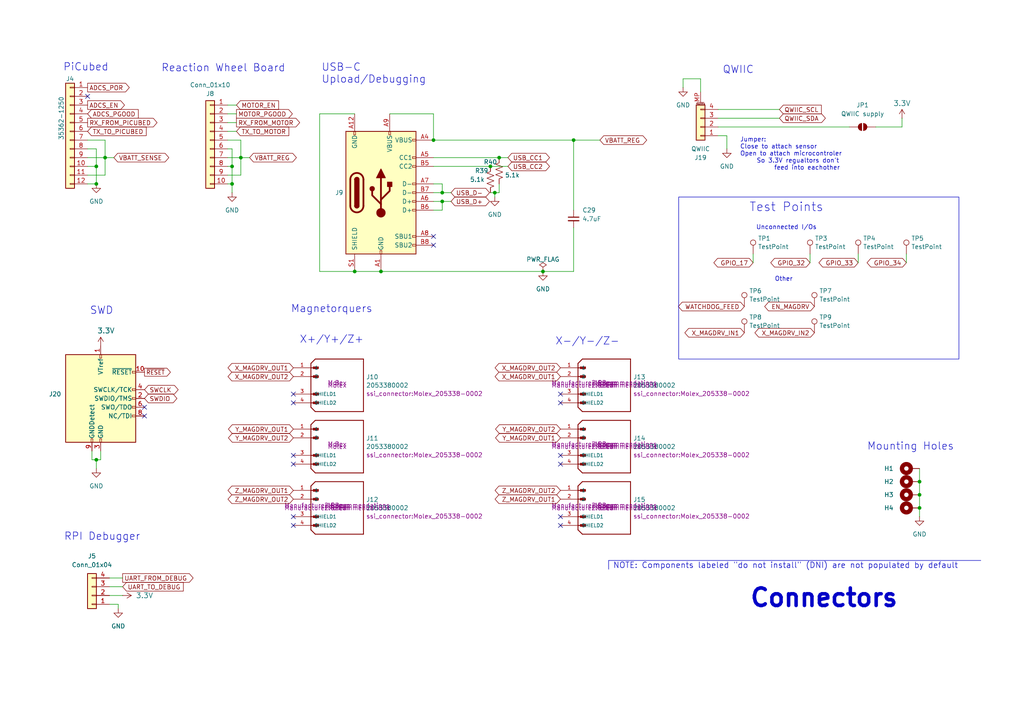
<source format=kicad_sch>
(kicad_sch (version 20250114) (generator "eeschema") (generator_version "9.0")
  (paper "A4")
  (title_block (title "ADCS Main Board") (date "2025-05-21") (rev "1.4") (company "Stanford Student Space Initiative") (comment 1 "Sage Wu"))
  (lib_symbols
    (symbol "Connector:Conn_ARM_JTAG_SWD_10" (pin_names (offset 1.016))
      (property "Reference" "J" (at -2.54 16.51 0))
      (property "Value" "Conn_ARM_JTAG_SWD_10" (at -2.54 13.97 0))
      (symbol "Conn_ARM_JTAG_SWD_10_0_1"
        (rectangle (start -10.16 12.7) (end 10.16 -12.7) (stroke (width 0.254)) (fill (type background)))
        (rectangle (start -2.794 -12.7) (end -2.286 -11.684))
        (rectangle (start -0.254 12.7) (end 0.254 11.684))
        (rectangle (start -0.254 -12.7) (end 0.254 -11.684))
        (rectangle (start 9.144 2.286) (end 10.16 2.794))
        (rectangle (start 10.16 7.874) (end 9.144 7.366))
        (rectangle (start 10.16 -0.254) (end 9.144 0.254))
        (rectangle (start 10.16 -2.794) (end 9.144 -2.286))
      )
      (symbol "Conn_ARM_JTAG_SWD_10_1_1"
        (rectangle (start 9.144 -5.334) (end 10.16 -4.826))
        (pin no_connect line (at -10.16 0 0) (length 2.54) (hide yes) (name "KEY") (number "7"))
        (pin passive line (at -2.54 -15.24 90) (length 2.54) (name "GNDDetect") (number "9"))
        (pin power_in line (at 0 15.24 270) (length 2.54) (name "VTref") (number "1"))
        (pin power_in line (at 0 -15.24 90) (length 2.54) (name "GND") (number "3"))
        (pin passive line (at 0 -15.24 90) (length 2.54) (hide yes) (name "GND") (number "5"))
        (pin open_collector line (at 12.7 7.62 180) (length 2.54) (name "~{RESET}") (number "10"))
        (pin output line (at 12.7 2.54 180) (length 2.54) (name "SWCLK/TCK") (number "4"))
        (pin bidirectional line (at 12.7 0 180) (length 2.54) (name "SWDIO/TMS") (number "2"))
        (pin input line (at 12.7 -2.54 180) (length 2.54) (name "SWO/TDO") (number "6"))
        (pin output line (at 12.7 -5.08 180) (length 2.54) (name "NC/TDI") (number "8"))
      )
    )
    (symbol "Connector:TestPoint" (pin_numbers (hide yes)) (pin_names (offset 0.762) (hide yes))
      (property "Reference" "TP" (at 0 6.858 0))
      (property "Value" "TestPoint" (at 0 5.08 0))
      (symbol "TestPoint_0_1"
        (circle (center 0 3.302) (radius 0.762))
      )
      (symbol "TestPoint_1_1"
        (pin passive line (at 0 0 90) (length 2.54) (name "1") (number "1"))
      )
    )
    (symbol "Connector_Generic:Conn_01x04" (pin_names (offset 1.016) (hide yes))
      (property "Reference" "J" (at 0 5.08 0))
      (property "Value" "Conn_01x04" (at 0 -7.62 0))
      (symbol "Conn_01x04_1_1"
        (rectangle (start -1.27 3.81) (end 1.27 -6.35) (stroke (width 0.254)) (fill (type background)))
        (rectangle (start -1.27 2.667) (end 0 2.413) (stroke (width 0.1524)))
        (rectangle (start -1.27 0.127) (end 0 -0.127) (stroke (width 0.1524)))
        (rectangle (start -1.27 -2.413) (end 0 -2.667) (stroke (width 0.1524)))
        (rectangle (start -1.27 -4.953) (end 0 -5.207) (stroke (width 0.1524)))
        (pin passive line (at -5.08 2.54 0) (length 3.81) (name "Pin_1") (number "1"))
        (pin passive line (at -5.08 0 0) (length 3.81) (name "Pin_2") (number "2"))
        (pin passive line (at -5.08 -2.54 0) (length 3.81) (name "Pin_3") (number "3"))
        (pin passive line (at -5.08 -5.08 0) (length 3.81) (name "Pin_4") (number "4"))
      )
    )
    (symbol "Connector_Generic:Conn_01x10" (pin_names (offset 1.016) (hide yes))
      (property "Reference" "J" (at 0 12.7 0))
      (property "Value" "Conn_01x10" (at 0 -15.24 0))
      (symbol "Conn_01x10_1_1"
        (rectangle (start -1.27 11.43) (end 1.27 -13.97) (stroke (width 0.254)) (fill (type background)))
        (rectangle (start -1.27 10.287) (end 0 10.033) (stroke (width 0.1524)))
        (rectangle (start -1.27 7.747) (end 0 7.493) (stroke (width 0.1524)))
        (rectangle (start -1.27 5.207) (end 0 4.953) (stroke (width 0.1524)))
        (rectangle (start -1.27 2.667) (end 0 2.413) (stroke (width 0.1524)))
        (rectangle (start -1.27 0.127) (end 0 -0.127) (stroke (width 0.1524)))
        (rectangle (start -1.27 -2.413) (end 0 -2.667) (stroke (width 0.1524)))
        (rectangle (start -1.27 -4.953) (end 0 -5.207) (stroke (width 0.1524)))
        (rectangle (start -1.27 -7.493) (end 0 -7.747) (stroke (width 0.1524)))
        (rectangle (start -1.27 -10.033) (end 0 -10.287) (stroke (width 0.1524)))
        (rectangle (start -1.27 -12.573) (end 0 -12.827) (stroke (width 0.1524)))
        (pin passive line (at -5.08 10.16 0) (length 3.81) (name "Pin_1") (number "1"))
        (pin passive line (at -5.08 7.62 0) (length 3.81) (name "Pin_2") (number "2"))
        (pin passive line (at -5.08 5.08 0) (length 3.81) (name "Pin_3") (number "3"))
        (pin passive line (at -5.08 2.54 0) (length 3.81) (name "Pin_4") (number "4"))
        (pin passive line (at -5.08 0 0) (length 3.81) (name "Pin_5") (number "5"))
        (pin passive line (at -5.08 -2.54 0) (length 3.81) (name "Pin_6") (number "6"))
        (pin passive line (at -5.08 -5.08 0) (length 3.81) (name "Pin_7") (number "7"))
        (pin passive line (at -5.08 -7.62 0) (length 3.81) (name "Pin_8") (number "8"))
        (pin passive line (at -5.08 -10.16 0) (length 3.81) (name "Pin_9") (number "9"))
        (pin passive line (at -5.08 -12.7 0) (length 3.81) (name "Pin_10") (number "10"))
      )
    )
    (symbol "Connector_Generic:Conn_01x12" (pin_names (offset 1.016) (hide yes))
      (property "Reference" "J" (at 0 15.24 0))
      (property "Value" "Conn_01x12" (at 0 -17.78 0))
      (symbol "Conn_01x12_1_1"
        (rectangle (start -1.27 13.97) (end 1.27 -16.51) (stroke (width 0.254)) (fill (type background)))
        (rectangle (start -1.27 12.827) (end 0 12.573) (stroke (width 0.1524)))
        (rectangle (start -1.27 10.287) (end 0 10.033) (stroke (width 0.1524)))
        (rectangle (start -1.27 7.747) (end 0 7.493) (stroke (width 0.1524)))
        (rectangle (start -1.27 5.207) (end 0 4.953) (stroke (width 0.1524)))
        (rectangle (start -1.27 2.667) (end 0 2.413) (stroke (width 0.1524)))
        (rectangle (start -1.27 0.127) (end 0 -0.127) (stroke (width 0.1524)))
        (rectangle (start -1.27 -2.413) (end 0 -2.667) (stroke (width 0.1524)))
        (rectangle (start -1.27 -4.953) (end 0 -5.207) (stroke (width 0.1524)))
        (rectangle (start -1.27 -7.493) (end 0 -7.747) (stroke (width 0.1524)))
        (rectangle (start -1.27 -10.033) (end 0 -10.287) (stroke (width 0.1524)))
        (rectangle (start -1.27 -12.573) (end 0 -12.827) (stroke (width 0.1524)))
        (rectangle (start -1.27 -15.113) (end 0 -15.367) (stroke (width 0.1524)))
        (pin passive line (at -5.08 12.7 0) (length 3.81) (name "Pin_1") (number "1"))
        (pin passive line (at -5.08 10.16 0) (length 3.81) (name "Pin_2") (number "2"))
        (pin passive line (at -5.08 7.62 0) (length 3.81) (name "Pin_3") (number "3"))
        (pin passive line (at -5.08 5.08 0) (length 3.81) (name "Pin_4") (number "4"))
        (pin passive line (at -5.08 2.54 0) (length 3.81) (name "Pin_5") (number "5"))
        (pin passive line (at -5.08 0 0) (length 3.81) (name "Pin_6") (number "6"))
        (pin passive line (at -5.08 -2.54 0) (length 3.81) (name "Pin_7") (number "7"))
        (pin passive line (at -5.08 -5.08 0) (length 3.81) (name "Pin_8") (number "8"))
        (pin passive line (at -5.08 -7.62 0) (length 3.81) (name "Pin_9") (number "9"))
        (pin passive line (at -5.08 -10.16 0) (length 3.81) (name "Pin_10") (number "10"))
        (pin passive line (at -5.08 -12.7 0) (length 3.81) (name "Pin_11") (number "11"))
        (pin passive line (at -5.08 -15.24 0) (length 3.81) (name "Pin_12") (number "12"))
      )
    )
    (symbol "Connector_Generic_MountingPin:Conn_01x04_MountingPin" (pin_names (offset 1.016) (hide yes))
      (property "Reference" "J" (at 0 5.08 0))
      (property "Value" "Conn_01x04_MountingPin" (at 1.27 -7.62 0))
      (symbol "Conn_01x04_MountingPin_1_1"
        (rectangle (start -1.27 3.81) (end 1.27 -6.35) (stroke (width 0.254)) (fill (type background)))
        (rectangle (start -1.27 2.667) (end 0 2.413) (stroke (width 0.1524)))
        (rectangle (start -1.27 0.127) (end 0 -0.127) (stroke (width 0.1524)))
        (rectangle (start -1.27 -2.413) (end 0 -2.667) (stroke (width 0.1524)))
        (rectangle (start -1.27 -4.953) (end 0 -5.207) (stroke (width 0.1524)))
        (polyline (pts (xy -1.016 -7.112) (xy 1.016 -7.112)) (stroke (width 0.1524)))
        (text "Mounting" (at 0 -6.731 0) (effects (font (size 0.381 0.381))))
        (pin passive line (at -5.08 2.54 0) (length 3.81) (name "Pin_1") (number "1"))
        (pin passive line (at -5.08 0 0) (length 3.81) (name "Pin_2") (number "2"))
        (pin passive line (at -5.08 -2.54 0) (length 3.81) (name "Pin_3") (number "3"))
        (pin passive line (at -5.08 -5.08 0) (length 3.81) (name "Pin_4") (number "4"))
        (pin passive line (at 0 -10.16 90) (length 3.048) (name "MountPin") (number "MP"))
      )
    )
    (symbol "Device:C_Small" (pin_numbers (hide yes)) (pin_names (offset 0.254) (hide yes))
      (property "Reference" "C" (at 0.254 1.778 0))
      (property "Value" "C_Small" (at 0.254 -2.032 0))
      (symbol "C_Small_0_1"
        (polyline (pts (xy -1.524 0.508) (xy 1.524 0.508)) (stroke (width 0.3048)))
        (polyline (pts (xy -1.524 -0.508) (xy 1.524 -0.508)) (stroke (width 0.3302)))
      )
      (symbol "C_Small_1_1"
        (pin passive line (at 0 2.54 270) (length 2.032) (name "~") (number "1"))
        (pin passive line (at 0 -2.54 90) (length 2.032) (name "~") (number "2"))
      )
    )
    (symbol "Device:R_US" (pin_numbers (hide yes)) (pin_names (offset 0))
      (property "Reference" "R" (at 2.54 0 90))
      (property "Value" "R_US" (at -2.54 0 90))
      (symbol "R_US_0_1"
        (polyline (pts (xy 0 2.286) (xy 0 2.54)))
        (polyline (pts (xy 0 2.286) (xy 1.016 1.905) (xy 0 1.524) (xy -1.016 1.143) (xy 0 0.762)))
        (polyline (pts (xy 0 0.762) (xy 1.016 0.381) (xy 0 0) (xy -1.016 -0.381) (xy 0 -0.762)))
        (polyline (pts (xy 0 -0.762) (xy 1.016 -1.143) (xy 0 -1.524) (xy -1.016 -1.905) (xy 0 -2.286)))
        (polyline (pts (xy 0 -2.286) (xy 0 -2.54)))
      )
      (symbol "R_US_1_1"
        (pin passive line (at 0 3.81 270) (length 1.27) (name "~") (number "1"))
        (pin passive line (at 0 -3.81 90) (length 1.27) (name "~") (number "2"))
      )
    )
    (symbol "Jumper:SolderJumper_2_Open" (pin_numbers (hide yes)) (pin_names (offset 0) (hide yes)) (in_bom no)
      (property "Reference" "JP" (at 0 2.032 0))
      (property "Value" "SolderJumper_2_Open" (at 0 -2.54 0))
      (symbol "SolderJumper_2_Open_0_1"
        (polyline (pts (xy -0.254 1.016) (xy -0.254 -1.016)))
        (arc (start -0.254 -1.016) (mid -1.2656 0) (end -0.254 1.016))
        (arc (start -0.254 -1.016) (mid -1.2656 0) (end -0.254 1.016) (fill (type outline)))
        (arc (start 0.254 1.016) (mid 1.2656 0) (end 0.254 -1.016))
        (arc (start 0.254 1.016) (mid 1.2656 0) (end 0.254 -1.016) (fill (type outline)))
        (polyline (pts (xy 0.254 1.016) (xy 0.254 -1.016)))
      )
      (symbol "SolderJumper_2_Open_1_1"
        (pin passive line (at -3.81 0 0) (length 2.54) (name "A") (number "1"))
        (pin passive line (at 3.81 0 180) (length 2.54) (name "B") (number "2"))
      )
    )
    (symbol "Mechanical:MountingHole_Pad" (pin_numbers (hide yes)) (pin_names (offset 1.016) (hide yes)) (in_bom no)
      (property "Reference" "H" (at 0 6.35 0))
      (property "Value" "MountingHole_Pad" (at 0 4.445 0))
      (symbol "MountingHole_Pad_0_1"
        (circle (center 0 1.27) (radius 1.27) (stroke (width 1.27)))
      )
      (symbol "MountingHole_Pad_1_1"
        (pin input line (at 0 -2.54 90) (length 2.54) (name "1") (number "1"))
      )
    )
    (symbol "power:+3.3V" (power) (pin_numbers (hide yes)) (pin_names (offset 0) (hide yes))
      (property "Value" "+3.3V" (at 0 3.556 0))
      (symbol "+3.3V_0_1"
        (polyline (pts (xy -0.762 1.27) (xy 0 2.54)))
        (polyline (pts (xy 0 2.54) (xy 0.762 1.27)))
        (polyline (pts (xy 0 0) (xy 0 2.54)))
      )
      (symbol "+3.3V_1_1"
        (pin power_in line (at 0 0 90) (length 0) (name "~") (number "1"))
      )
    )
    (symbol "power:GND" (power) (pin_numbers (hide yes)) (pin_names (offset 0) (hide yes))
      (property "Value" "GND" (at 0 -3.81 0))
      (symbol "GND_0_1"
        (polyline (pts (xy 0 0) (xy 0 -1.27) (xy 1.27 -1.27) (xy 0 -2.54) (xy -1.27 -1.27) (xy 0 -1.27)))
      )
      (symbol "GND_1_1"
        (pin power_in line (at 0 0 270) (length 0) (name "~") (number "1"))
      )
    )
    (symbol "power:PWR_FLAG" (power) (pin_numbers (hide yes)) (pin_names (offset 0) (hide yes))
      (property "Value" "PWR_FLAG" (at 0 3.81 0))
      (symbol "PWR_FLAG_0_0"
        (pin power_out line (at 0 0 90) (length 0) (name "~") (number "1"))
      )
      (symbol "PWR_FLAG_0_1"
        (polyline (pts (xy 0 0) (xy 0 1.27) (xy -1.016 1.905) (xy 0 2.54) (xy 1.016 1.905) (xy 0 1.27)))
      )
    )
    (symbol "ssi_connector:205338-0002" (pin_names (offset 1.016))
      (property "Reference" "J*" (at 8.89 2.54 0))
      (property "Value" "205338-0002" (at 8.89 0 0))
      (property "Footprint" "ssi_connector:Molex_205338-0002" (at 8.89 -2.54 0))
      (symbol "205338-0002_0_0"
        (polyline (pts (xy -7.62 6.35) (xy -7.62 -6.35)) (stroke (width 0.254)))
        (polyline (pts (xy -7.62 6.35) (xy -6.35 7.62)) (stroke (width 0.254)))
        (polyline (pts (xy -7.62 5.08) (xy -5.715 5.08)) (stroke (width 0.254)))
        (polyline (pts (xy -7.62 2.54) (xy -5.715 2.54)) (stroke (width 0.254)))
        (polyline (pts (xy -7.62 -2.54) (xy -5.715 -2.54)) (stroke (width 0.254)))
        (polyline (pts (xy -7.62 -5.08) (xy -5.715 -5.08)) (stroke (width 0.254)))
        (polyline (pts (xy -7.62 -6.35) (xy -6.35 -7.62)) (stroke (width 0.254)))
        (rectangle (start -6.985 4.7625) (end -5.3975 5.3975) (stroke (width 0.1)) (fill (type outline)))
        (rectangle (start -6.985 2.2225) (end -5.3975 2.8575) (stroke (width 0.1)) (fill (type outline)))
        (rectangle (start -6.985 -2.8575) (end -5.3975 -2.2225) (stroke (width 0.1)) (fill (type outline)))
        (rectangle (start -6.985 -5.3975) (end -5.3975 -4.7625) (stroke (width 0.1)) (fill (type outline)))
        (polyline (pts (xy -6.35 -7.62) (xy 7.62 -7.62)) (stroke (width 0.254)))
        (polyline (pts (xy 7.62 7.62) (xy -6.35 7.62)) (stroke (width 0.254)))
        (polyline (pts (xy 7.62 -7.62) (xy 7.62 7.62)) (stroke (width 0.254)))
        (pin passive line (at -12.7 5.08 0) (length 5.08) (name "1") (number "1"))
        (pin passive line (at -12.7 2.54 0) (length 5.08) (name "2") (number "2"))
        (pin passive line (at -12.7 -2.54 0) (length 5.08) (name "SHIELD1") (number "3"))
        (pin passive line (at -12.7 -5.08 0) (length 5.08) (name "SHIELD2") (number "4"))
      )
    )
    (symbol "ssi_connector:USB_C_pycubed" (pin_names (offset 1.016))
      (property "Reference" "J" (at -12.7 0 90))
      (symbol "USB_C_pycubed_1_1"
        (rectangle (start -10.16 17.78) (end 10.16 -17.78) (stroke (width 0.254)) (fill (type background)))
        (polyline (pts (xy -8.89 -3.81) (xy -8.89 3.81)) (stroke (width 0.508)))
        (rectangle (start -7.874 17.78) (end -7.366 16.764))
        (rectangle (start -7.62 -3.81) (end -6.35 3.81) (stroke (width 0.254)) (fill (type outline)))
        (arc (start -7.62 3.81) (mid -6.985 4.4423) (end -6.35 3.81) (stroke (width 0.254)))
        (arc (start -7.62 3.81) (mid -6.985 4.4423) (end -6.35 3.81) (stroke (width 0.254)) (fill (type outline)))
        (arc (start -8.89 3.81) (mid -6.985 5.7067) (end -5.08 3.81) (stroke (width 0.508)))
        (arc (start -5.08 -3.81) (mid -6.985 -5.7067) (end -8.89 -3.81) (stroke (width 0.508)))
        (arc (start -6.35 -3.81) (mid -6.985 -4.4423) (end -7.62 -3.81) (stroke (width 0.254)))
        (arc (start -6.35 -3.81) (mid -6.985 -4.4423) (end -7.62 -3.81) (stroke (width 0.254)) (fill (type outline)))
        (polyline (pts (xy -5.08 3.81) (xy -5.08 -3.81)) (stroke (width 0.508)))
        (circle (center -2.54 1.143) (radius 0.635) (stroke (width 0.254)) (fill (type outline)))
        (polyline (pts (xy -1.27 4.318) (xy 0 6.858) (xy 1.27 4.318) (xy -1.27 4.318)) (stroke (width 0.254)) (fill (type outline)))
        (rectangle (start -0.254 -17.78) (end 0.254 -16.764))
        (polyline (pts (xy 0 -2.032) (xy 2.54 0.508) (xy 2.54 1.778)) (stroke (width 0.508)))
        (polyline (pts (xy 0 -3.302) (xy -2.54 -0.762) (xy -2.54 0.508)) (stroke (width 0.508)))
        (polyline (pts (xy 0 -5.842) (xy 0 4.318)) (stroke (width 0.508)))
        (circle (center 0 -5.842) (radius 1.27) (fill (type outline)))
        (rectangle (start 1.905 1.778) (end 3.175 3.048) (stroke (width 0.254)) (fill (type outline)))
        (rectangle (start 2.286 17.78) (end 2.794 16.764))
        (rectangle (start 10.16 15.494) (end 9.144 14.986))
        (rectangle (start 10.16 10.414) (end 9.144 9.906))
        (rectangle (start 10.16 7.874) (end 9.144 7.366))
        (rectangle (start 10.16 2.794) (end 9.144 2.286))
        (rectangle (start 10.16 0.254) (end 9.144 -0.254))
        (rectangle (start 10.16 -2.286) (end 9.144 -2.794))
        (rectangle (start 10.16 -4.826) (end 9.144 -5.334))
        (rectangle (start 10.16 -12.446) (end 9.144 -12.954))
        (rectangle (start 10.16 -14.986) (end 9.144 -15.494))
        (pin passive line (at -7.62 22.86 270) (length 5.08) (name "GND") (number "A12"))
        (pin passive line (at -7.62 -22.86 90) (length 5.08) (name "SHIELD") (number "S1"))
        (pin passive line (at 0 -22.86 90) (length 5.08) (name "GND") (number "A1"))
        (pin passive line (at 2.54 22.86 270) (length 5.08) (name "VBUS") (number "A9"))
        (pin passive line (at 15.24 15.24 180) (length 5.08) (name "VBUS") (number "A4"))
        (pin bidirectional line (at 15.24 10.16 180) (length 5.08) (name "CC1") (number "A5"))
        (pin bidirectional line (at 15.24 7.62 180) (length 5.08) (name "CC2") (number "B5"))
        (pin bidirectional line (at 15.24 2.54 180) (length 5.08) (name "D-") (number "A7"))
        (pin bidirectional line (at 15.24 0 180) (length 5.08) (name "D-") (number "B7"))
        (pin bidirectional line (at 15.24 -2.54 180) (length 5.08) (name "D+") (number "A6"))
        (pin bidirectional line (at 15.24 -5.08 180) (length 5.08) (name "D+") (number "B6"))
        (pin bidirectional line (at 15.24 -12.7 180) (length 5.08) (name "SBU1") (number "A8"))
        (pin bidirectional line (at 15.24 -15.24 180) (length 5.08) (name "SBU2") (number "B8"))
      )
    )
  )
  (rectangle (start 196.85 57.15) (end 278.13 104.14))
  (text "Reaction Wheel Board\n" (at 46.736 21.082 0) (effects (font (size 2.159 2.159)) (justify left bottom)))
  (text "Unconnected I/Os" (at 228.092 66.04 0) (effects (font (size 1.27 1.27))))
  (text "Jumper:\nClose to attach sensor\nOpen to attach microcontroler\n	So 3.3V regualtors don't\n		feed into eachother" (at 214.63 49.53 0) (effects (font (size 1.27 1.27)) (justify left bottom)))
  (text "USB-C\nUpload/Debugging" (at 93.218 24.384 0) (effects (font (size 2.159 2.159)) (justify left bottom)))
  (text "NOTE: Components labeled \"do not install\" (DNI) are not populated by default" (at 177.8 165.1 0) (effects (font (size 1.651 1.651)) (justify left bottom)))
  (text "Magnetorquers" (at 84.328 90.932 0) (effects (font (size 2.159 2.159)) (justify left bottom)))
  (text "PiCubed" (at 18.288 20.828 0) (effects (font (size 2.159 2.159)) (justify left bottom)))
  (text "Connectors" (at 217.17 176.53 0) (effects (font (size 5.08 5.08) (thickness 1.016) (bold yes)) (justify left bottom)))
  (text "Test Points" (at 228.092 60.198 0) (effects (font (size 2.54 2.54))))
  (text "RPI Debugger" (at 18.542 156.972 0) (effects (font (size 2.159 2.159)) (justify left bottom)))
  (text "X+/Y+/Z+" (at 86.868 99.822 0) (effects (font (size 2.159 2.159)) (justify left bottom)))
  (text "SWD" (at 26.035 91.44 0) (effects (font (size 2.159 2.159)) (justify left bottom)))
  (text "QWIIC" (at 209.55 21.59 0) (effects (font (size 2.159 2.159)) (justify left bottom)))
  (text "Mounting Holes" (at 251.46 130.81 0) (effects (font (size 2.159 2.159)) (justify left bottom)))
  (text "Other" (at 227.33 81.026 0) (effects (font (size 1.27 1.27))))
  (text "X-/Y-/Z-" (at 161.036 100.33 0) (effects (font (size 2.159 2.159)) (justify left bottom)))
  (junction (at 30.48 45.72))
  (junction (at 144.78 45.72))
  (junction (at 102.87 78.74))
  (junction (at 67.31 48.26))
  (junction (at 67.31 53.34))
  (junction (at 157.48 78.74))
  (junction (at 110.49 78.74))
  (junction (at 143.51 55.88))
  (junction (at 27.94 48.26))
  (junction (at 266.7 143.51))
  (junction (at 69.85 45.72))
  (junction (at 128.27 55.88))
  (junction (at 266.7 147.32))
  (junction (at 166.37 40.64))
  (junction (at 125.73 40.64))
  (junction (at 27.94 53.34))
  (junction (at 128.27 58.42))
  (junction (at 27.94 133.35))
  (junction (at 266.7 139.7))
  (junction (at 142.24 48.26))
  (no_connect (at 41.91 120.65))
  (no_connect (at 162.56 116.84))
  (no_connect (at 125.73 71.12))
  (no_connect (at 85.09 116.84))
  (no_connect (at 85.09 149.86))
  (no_connect (at 41.91 118.11))
  (no_connect (at 162.56 149.86))
  (no_connect (at 162.56 132.08))
  (no_connect (at 162.56 134.62))
  (no_connect (at 85.09 134.62))
  (no_connect (at 85.09 132.08))
  (no_connect (at 162.56 152.4))
  (no_connect (at 85.09 114.3))
  (no_connect (at 162.56 114.3))
  (no_connect (at 125.73 68.58))
  (no_connect (at 25.4 27.94))
  (no_connect (at 85.09 152.4))
  (wire (pts (xy 166.37 66.04) (xy 166.37 78.74)))
  (wire (pts (xy 66.04 45.72) (xy 69.85 45.72)))
  (polyline (pts (xy 176.53 165.1) (xy 176.53 162.56)))
  (wire (pts (xy 66.04 33.02) (xy 68.58 33.02)))
  (wire (pts (xy 34.29 175.26) (xy 34.29 176.53)))
  (wire (pts (xy 25.4 40.64) (xy 30.48 40.64)))
  (wire (pts (xy 27.94 133.35) (xy 29.21 133.35)))
  (wire (pts (xy 66.04 43.18) (xy 67.31 43.18)))
  (wire (pts (xy 144.78 45.72) (xy 147.32 45.72)))
  (wire (pts (xy 125.73 48.26) (xy 142.24 48.26)))
  (wire (pts (xy 92.71 78.74) (xy 92.71 33.02)))
  (wire (pts (xy 66.04 38.1) (xy 68.58 38.1)))
  (wire (pts (xy 67.31 48.26) (xy 67.31 53.34)))
  (wire (pts (xy 142.24 48.26) (xy 147.32 48.26)))
  (wire (pts (xy 266.7 143.51) (xy 266.7 147.32)))
  (wire (pts (xy 69.85 45.72) (xy 69.85 50.8)))
  (wire (pts (xy 125.73 33.02) (xy 125.73 40.64)))
  (wire (pts (xy 67.31 43.18) (xy 67.31 48.26)))
  (wire (pts (xy 266.7 139.7) (xy 266.7 143.51)))
  (wire (pts (xy 128.27 60.96) (xy 128.27 58.42)))
  (wire (pts (xy 218.44 76.2) (xy 218.44 73.66)))
  (wire (pts (xy 157.48 78.74) (xy 110.49 78.74)))
  (wire (pts (xy 66.04 35.56) (xy 68.58 35.56)))
  (wire (pts (xy 125.73 60.96) (xy 128.27 60.96)))
  (wire (pts (xy 261.62 36.83) (xy 254 36.83)))
  (wire (pts (xy 27.94 43.18) (xy 25.4 43.18)))
  (wire (pts (xy 128.27 58.42) (xy 125.73 58.42)))
  (wire (pts (xy 166.37 40.64) (xy 166.37 60.96)))
  (wire (pts (xy 30.48 45.72) (xy 25.4 45.72)))
  (wire (pts (xy 210.82 39.37) (xy 208.28 39.37)))
  (wire (pts (xy 66.04 30.48) (xy 68.58 30.48)))
  (wire (pts (xy 198.12 25.4) (xy 198.12 22.86)))
  (wire (pts (xy 25.4 50.8) (xy 30.48 50.8)))
  (wire (pts (xy 266.7 135.89) (xy 266.7 139.7)))
  (wire (pts (xy 266.7 147.32) (xy 266.7 149.86)))
  (wire (pts (xy 69.85 40.64) (xy 69.85 45.72)))
  (wire (pts (xy 128.27 53.34) (xy 128.27 55.88)))
  (wire (pts (xy 31.75 170.18) (xy 35.56 170.18)))
  (wire (pts (xy 66.04 50.8) (xy 69.85 50.8)))
  (wire (pts (xy 69.85 45.72) (xy 72.39 45.72)))
  (wire (pts (xy 33.02 45.72) (xy 30.48 45.72)))
  (wire (pts (xy 102.87 78.74) (xy 92.71 78.74)))
  (wire (pts (xy 234.95 76.2) (xy 234.95 73.66)))
  (wire (pts (xy 102.87 78.74) (xy 110.49 78.74)))
  (wire (pts (xy 166.37 40.64) (xy 125.73 40.64)))
  (wire (pts (xy 143.51 55.88) (xy 144.78 55.88)))
  (wire (pts (xy 208.28 34.29) (xy 226.06 34.29)))
  (wire (pts (xy 128.27 55.88) (xy 130.81 55.88)))
  (wire (pts (xy 261.62 34.29) (xy 261.62 36.83)))
  (wire (pts (xy 27.94 53.34) (xy 27.94 48.26)))
  (wire (pts (xy 30.48 50.8) (xy 30.48 45.72)))
  (wire (pts (xy 29.21 130.81) (xy 29.21 133.35)))
  (wire (pts (xy 125.73 53.34) (xy 128.27 53.34)))
  (wire (pts (xy 113.03 33.02) (xy 125.73 33.02)))
  (wire (pts (xy 262.89 73.66) (xy 262.89 76.2)))
  (wire (pts (xy 25.4 48.26) (xy 27.94 48.26)))
  (wire (pts (xy 27.94 48.26) (xy 27.94 43.18)))
  (wire (pts (xy 198.12 22.86) (xy 203.2 22.86)))
  (wire (pts (xy 143.51 55.88) (xy 143.51 57.15)))
  (wire (pts (xy 27.94 133.35) (xy 27.94 135.89)))
  (wire (pts (xy 144.78 55.88) (xy 144.78 53.34)))
  (wire (pts (xy 208.28 31.75) (xy 226.06 31.75)))
  (wire (pts (xy 67.31 53.34) (xy 67.31 55.88)))
  (wire (pts (xy 125.73 45.72) (xy 144.78 45.72)))
  (wire (pts (xy 66.04 48.26) (xy 67.31 48.26)))
  (wire (pts (xy 26.67 130.81) (xy 26.67 133.35)))
  (wire (pts (xy 142.24 55.88) (xy 143.51 55.88)))
  (wire (pts (xy 166.37 40.64) (xy 173.99 40.64)))
  (wire (pts (xy 166.37 78.74) (xy 157.48 78.74)))
  (wire (pts (xy 210.82 43.18) (xy 210.82 39.37)))
  (wire (pts (xy 31.75 175.26) (xy 34.29 175.26)))
  (wire (pts (xy 128.27 58.42) (xy 130.81 58.42)))
  (wire (pts (xy 203.2 22.86) (xy 203.2 26.67)))
  (wire (pts (xy 208.28 36.83) (xy 246.38 36.83)))
  (wire (pts (xy 248.92 76.2) (xy 248.92 73.66)))
  (wire (pts (xy 66.04 53.34) (xy 67.31 53.34)))
  (wire (pts (xy 92.71 33.02) (xy 102.87 33.02)))
  (wire (pts (xy 31.75 167.64) (xy 35.56 167.64)))
  (wire (pts (xy 25.4 53.34) (xy 27.94 53.34)))
  (wire (pts (xy 128.27 55.88) (xy 125.73 55.88)))
  (wire (pts (xy 30.48 45.72) (xy 30.48 40.64)))
  (polyline (pts (xy 176.53 162.56) (xy 284.48 162.56)))
  (wire (pts (xy 31.75 172.72) (xy 35.56 172.72)))
  (wire (pts (xy 26.67 133.35) (xy 27.94 133.35)))
  (wire (pts (xy 66.04 40.64) (xy 69.85 40.64)))
  (global_label "QWIIC_SCL" (shape input) (at 226.06 31.75 0) (property "Intersheetrefs" "${INTERSHEET_REFS}" (effects (hide yes))))
  (global_label "SWDIO" (shape bidirectional) (at 41.91 115.57 0) (property "Intersheetrefs" "${INTERSHEET_REFS}" (effects (hide yes))))
  (global_label "~{RESET}" (shape output) (at 41.91 107.95 0) (effects (font (size 1.1684 1.1684))) (property "Intersheetrefs" "${INTERSHEET_REFS}" (effects (hide yes))))
  (global_label "X_MAGDRV_OUT1" (shape bidirectional) (at 162.56 109.22 180) (property "Intersheetrefs" "${INTERSHEET_REFS}" (effects (hide yes))))
  (global_label "GPIO_33" (shape bidirectional) (at 248.92 76.2 180) (property "Intersheetrefs" "${INTERSHEET_REFS}" (effects (hide yes))))
  (global_label "WATCHDOG_FEED" (shape bidirectional) (at 215.9 88.9 180) (property "Intersheetrefs" "${INTERSHEET_REFS}" (effects (hide yes))))
  (global_label "GPIO_32" (shape bidirectional) (at 234.95 76.2 180) (property "Intersheetrefs" "${INTERSHEET_REFS}" (effects (hide yes))))
  (global_label "UART_TO_DEBUG" (shape input) (at 35.56 170.18 0) (property "Intersheetrefs" "${INTERSHEET_REFS}" (effects (hide yes))))
  (global_label "Y_MAGDRV_OUT1" (shape bidirectional) (at 85.09 124.46 180) (property "Intersheetrefs" "${INTERSHEET_REFS}" (effects (hide yes))))
  (global_label "X_MAGDRV_OUT2" (shape bidirectional) (at 85.09 109.22 180) (property "Intersheetrefs" "${INTERSHEET_REFS}" (effects (hide yes))))
  (global_label "UART_FROM_DEBUG" (shape output) (at 35.56 167.64 0) (property "Intersheetrefs" "${INTERSHEET_REFS}" (effects (hide yes))))
  (global_label "MOTOR_EN" (shape input) (at 68.58 30.48 0) (property "Intersheetrefs" "${INTERSHEET_REFS}" (effects (hide yes))))
  (global_label "Y_MAGDRV_OUT2" (shape bidirectional) (at 85.09 127 180) (property "Intersheetrefs" "${INTERSHEET_REFS}" (effects (hide yes))))
  (global_label "X_MAGDRV_OUT1" (shape bidirectional) (at 85.09 106.68 180) (property "Intersheetrefs" "${INTERSHEET_REFS}" (effects (hide yes))))
  (global_label "VBATT_REG" (shape bidirectional) (at 173.99 40.64 0) (property "Intersheetrefs" "${INTERSHEET_REFS}" (effects (hide yes))))
  (global_label "USB_D+" (shape bidirectional) (at 130.81 58.42 0) (property "Intersheetrefs" "${INTERSHEET_REFS}" (effects (hide yes))))
  (global_label "X_MAGDRV_IN1" (shape bidirectional) (at 215.9 96.52 180) (property "Intersheetrefs" "${INTERSHEET_REFS}" (effects (hide yes))))
  (global_label "X_MAGDRV_OUT2" (shape bidirectional) (at 162.56 106.68 180) (property "Intersheetrefs" "${INTERSHEET_REFS}" (effects (hide yes))))
  (global_label "ADCS_PGOOD" (shape input) (at 25.4 33.02 0) (property "Intersheetrefs" "${INTERSHEET_REFS}" (effects (hide yes))))
  (global_label "TX_TO_MOTOR" (shape input) (at 68.58 38.1 0) (property "Intersheetrefs" "${INTERSHEET_REFS}" (effects (hide yes))))
  (global_label "ADCS_EN" (shape output) (at 25.4 30.48 0) (property "Intersheetrefs" "${INTERSHEET_REFS}" (effects (hide yes))))
  (global_label "RX_FROM_PICUBED" (shape output) (at 25.4 35.56 0) (property "Intersheetrefs" "${INTERSHEET_REFS}" (effects (hide yes))))
  (global_label "GPIO_17" (shape bidirectional) (at 218.44 76.2 180) (property "Intersheetrefs" "${INTERSHEET_REFS}" (effects (hide yes))))
  (global_label "TX_TO_PICUBED" (shape input) (at 25.4 38.1 0) (property "Intersheetrefs" "${INTERSHEET_REFS}" (effects (hide yes))))
  (global_label "GPIO_34" (shape bidirectional) (at 262.89 76.2 180) (property "Intersheetrefs" "${INTERSHEET_REFS}" (effects (hide yes))))
  (global_label "X_MAGDRV_IN2" (shape bidirectional) (at 236.22 96.52 180) (property "Intersheetrefs" "${INTERSHEET_REFS}" (effects (hide yes))))
  (global_label "VBATT_REG" (shape bidirectional) (at 72.39 45.72 0) (property "Intersheetrefs" "${INTERSHEET_REFS}" (effects (hide yes))))
  (global_label "ADCS_POR" (shape output) (at 25.4 25.4 0) (property "Intersheetrefs" "${INTERSHEET_REFS}" (effects (hide yes))))
  (global_label "Z_MAGDRV_OUT2" (shape bidirectional) (at 85.09 144.78 180) (property "Intersheetrefs" "${INTERSHEET_REFS}" (effects (hide yes))))
  (global_label "RX_FROM_MOTOR" (shape output) (at 68.58 35.56 0) (property "Intersheetrefs" "${INTERSHEET_REFS}" (effects (hide yes))))
  (global_label "SWCLK" (shape bidirectional) (at 41.91 113.03 0) (property "Intersheetrefs" "${INTERSHEET_REFS}" (effects (hide yes))))
  (global_label "Z_MAGDRV_OUT2" (shape bidirectional) (at 162.56 142.24 180) (property "Intersheetrefs" "${INTERSHEET_REFS}" (effects (hide yes))))
  (global_label "EN_MAGDRV" (shape bidirectional) (at 236.22 88.9 180) (property "Intersheetrefs" "${INTERSHEET_REFS}" (effects (hide yes))))
  (global_label "USB_CC2" (shape bidirectional) (at 147.32 48.26 0) (property "Intersheetrefs" "${INTERSHEET_REFS}" (effects (hide yes))))
  (global_label "USB_CC1" (shape bidirectional) (at 147.32 45.72 0) (property "Intersheetrefs" "${INTERSHEET_REFS}" (effects (hide yes))))
  (global_label "MOTOR_PGOOD" (shape output) (at 68.58 33.02 0) (property "Intersheetrefs" "${INTERSHEET_REFS}" (effects (hide yes))))
  (global_label "USB_D-" (shape bidirectional) (at 130.81 55.88 0) (property "Intersheetrefs" "${INTERSHEET_REFS}" (effects (hide yes))))
  (global_label "QWIIC_SDA" (shape bidirectional) (at 226.06 34.29 0) (property "Intersheetrefs" "${INTERSHEET_REFS}" (effects (hide yes))))
  (global_label "VBATT_SENSE" (shape bidirectional) (at 33.02 45.72 0) (property "Intersheetrefs" "${INTERSHEET_REFS}" (effects (hide yes))))
  (global_label "Z_MAGDRV_OUT1" (shape bidirectional) (at 162.56 144.78 180) (property "Intersheetrefs" "${INTERSHEET_REFS}" (effects (hide yes))))
  (global_label "Z_MAGDRV_OUT1" (shape bidirectional) (at 85.09 142.24 180) (property "Intersheetrefs" "${INTERSHEET_REFS}" (effects (hide yes))))
  (global_label "Y_MAGDRV_OUT1" (shape bidirectional) (at 162.56 127 180) (property "Intersheetrefs" "${INTERSHEET_REFS}" (effects (hide yes))))
  (global_label "Y_MAGDRV_OUT2" (shape bidirectional) (at 162.56 124.46 180) (property "Intersheetrefs" "${INTERSHEET_REFS}" (effects (hide yes))))
  (symbol (lib_id "Device:R_US") (at 144.78 49.53 0) (mirror x) (unit 1)
    (property "Reference" "R40" (at 142.24 46.99 0))
    (property "Value" "5.1k" (at 148.59 50.8 0))
    (property "Footprint" "Resistor_SMD:R_0603_1608Metric" (effects (hide yes)))
    (property "Description" "Resistor, US symbol" (effects (hide yes)))
  )
  (symbol (lib_id "Device:R_US") (at 142.24 52.07 0) (mirror x) (unit 1)
    (property "Reference" "R39" (at 139.7 49.53 0))
    (property "Value" "5.1k" (at 138.43 52.07 0))
    (property "Footprint" "Resistor_SMD:R_0603_1608Metric" (effects (hide yes)))
    (property "Description" "Resistor, US symbol" (effects (hide yes)))
  )
  (symbol (lib_id "Device:C_Small") (at 166.37 63.5 0) (unit 1)
    (property "Reference" "C29" (at 168.91 60.96 0) (effects (justify left)))
    (property "Value" "4.7uF" (at 168.91 63.5 0) (effects (justify left)))
    (property "Footprint" "Capacitor_SMD:C_0603_1608Metric" (effects (hide yes)))
    (property "Description" "Unpolarized capacitor, small symbol" (effects (hide yes)))
  )
  (symbol (lib_id "ssi_connector:USB_C_pycubed") (at 110.49 55.88 0) (unit 1)
    (property "Reference" "J9" (at 99.5934 55.88 0) (effects (justify right)))
    (property "Value" "USB_C_pycubed" (effects (hide yes)))
    (property "Footprint" "ssi_connector:USB_C_Receptacle_XKB_U262-161N-4BVC11" (effects (hide yes)))
  )
  (symbol (lib_id "Mechanical:MountingHole_Pad") (at 264.16 135.89 90) (unit 1) (in_bom no)
    (property "Reference" "H1" (at 257.81 135.89 90))
    (property "Value" "MountingHole_Pad" (effects (hide yes)))
    (property "Footprint" "MountingHole:MountingHole_3.2mm_M3_DIN965_Pad" (effects (hide yes)))
    (property "Description" "Mounting Hole with connection" (effects (hide yes)))
  )
  (symbol (lib_id "Mechanical:MountingHole_Pad") (at 264.16 139.7 90) (unit 1) (in_bom no)
    (property "Reference" "H2" (at 257.81 139.7 90))
    (property "Value" "MountingHole_Pad" (effects (hide yes)))
    (property "Footprint" "MountingHole:MountingHole_3.2mm_M3_DIN965_Pad" (effects (hide yes)))
    (property "Description" "Mounting Hole with connection" (effects (hide yes)))
  )
  (symbol (lib_id "Mechanical:MountingHole_Pad") (at 264.16 143.51 90) (unit 1) (in_bom no)
    (property "Reference" "H3" (at 257.81 143.51 90))
    (property "Value" "MountingHole_Pad" (effects (hide yes)))
    (property "Footprint" "MountingHole:MountingHole_3.2mm_M3_DIN965_Pad" (effects (hide yes)))
    (property "Description" "Mounting Hole with connection" (effects (hide yes)))
  )
  (symbol (lib_id "Mechanical:MountingHole_Pad") (at 264.16 147.32 90) (unit 1) (in_bom no)
    (property "Reference" "H4" (at 257.81 147.32 90))
    (property "Value" "MountingHole_Pad" (effects (hide yes)))
    (property "Footprint" "MountingHole:MountingHole_3.2mm_M3_DIN965_Pad" (effects (hide yes)))
    (property "Description" "Mounting Hole with connection" (effects (hide yes)))
  )
  (symbol (lib_id "power:+3.3V") (at 35.56 172.72 270) (unit 1)
    (property "Reference" "#P+010" (effects (hide yes)))
    (property "Value" "3.3V" (at 39.37 172.7199 90) (effects (font (size 1.4986 1.4986)) (justify left)))
    (property "Description" "Power symbol creates a global label with name \"+3.3V\"" (effects (hide yes)))
  )
  (symbol (lib_id "Connector:TestPoint") (at 248.92 73.66 0) (unit 1) (in_bom no)
    (property "Reference" "TP4" (at 250.317 69.1458 0) (effects (justify left)))
    (property "Value" "TestPoint" (at 250.317 71.5701 0) (effects (justify left)))
    (property "Footprint" "TestPoint:TestPoint_Pad_D1.0mm" (effects (hide yes)))
    (property "Description" "test point" (effects (hide yes)))
  )
  (symbol (lib_id "power:GND") (at 198.12 25.4 0) (unit 1)
    (property "Reference" "#PWR061" (effects (hide yes)))
    (property "Value" "GND" (at 198.12 30.48 0))
    (property "Description" "Power symbol creates a global label with name \"GND\" , ground" (effects (hide yes)))
  )
  (symbol (lib_id "Connector:TestPoint") (at 215.9 88.9 0) (unit 1) (in_bom no)
    (property "Reference" "TP6" (at 217.297 84.3858 0) (effects (justify left)))
    (property "Value" "TestPoint" (at 217.297 86.8101 0) (effects (justify left)))
    (property "Footprint" "TestPoint:TestPoint_Pad_D1.0mm" (effects (hide yes)))
    (property "Description" "test point" (effects (hide yes)))
  )
  (symbol (lib_id "Connector:TestPoint") (at 236.22 96.52 0) (unit 1) (in_bom no)
    (property "Reference" "TP9" (at 237.617 92.0058 0) (effects (justify left)))
    (property "Value" "TestPoint" (at 237.617 94.4301 0) (effects (justify left)))
    (property "Footprint" "TestPoint:TestPoint_Pad_D1.0mm" (effects (hide yes)))
    (property "Description" "test point" (effects (hide yes)))
  )
  (symbol (lib_id "Connector:TestPoint") (at 234.95 73.66 0) (unit 1) (in_bom no)
    (property "Reference" "TP3" (at 236.347 69.1458 0) (effects (justify left)))
    (property "Value" "TestPoint" (at 236.347 71.5701 0) (effects (justify left)))
    (property "Footprint" "TestPoint:TestPoint_Pad_D1.0mm" (effects (hide yes)))
    (property "Description" "test point" (effects (hide yes)))
  )
  (symbol (lib_id "power:GND") (at 27.94 53.34 0) (unit 1)
    (property "Reference" "#PWR010" (effects (hide yes)))
    (property "Value" "GND" (at 27.94 58.42 0))
    (property "Description" "Power symbol creates a global label with name \"GND\" , ground" (effects (hide yes)))
  )
  (symbol (lib_id "power:GND") (at 27.94 135.89 0) (unit 1)
    (property "Reference" "#PWR019" (effects (hide yes)))
    (property "Value" "GND" (at 27.94 140.97 0))
    (property "Description" "Power symbol creates a global label with name \"GND\" , ground" (effects (hide yes)))
  )
  (symbol (lib_id "Connector:TestPoint") (at 215.9 96.52 0) (unit 1) (in_bom no)
    (property "Reference" "TP8" (at 217.297 92.0058 0) (effects (justify left)))
    (property "Value" "TestPoint" (at 217.297 94.4301 0) (effects (justify left)))
    (property "Footprint" "TestPoint:TestPoint_Pad_D1.0mm" (effects (hide yes)))
    (property "Description" "test point" (effects (hide yes)))
  )
  (symbol (lib_id "Connector_Generic:Conn_01x04") (at 26.67 172.72 180) (unit 1)
    (property "Reference" "J5" (at 26.67 161.29 0))
    (property "Value" "Conn_01x04" (at 26.67 163.83 0))
    (property "Footprint" "Connector_PinHeader_2.54mm:PinHeader_1x04_P2.54mm_Vertical" (effects (hide yes)))
    (property "Description" "Generic connector, single row, 01x04, script generated (kicad-library-utils/schlib/autogen/connector/)" (effects (hide yes)))
  )
  (symbol (lib_id "Connector:TestPoint") (at 236.22 88.9 0) (unit 1) (in_bom no)
    (property "Reference" "TP7" (at 237.617 84.3858 0) (effects (justify left)))
    (property "Value" "TestPoint" (at 237.617 86.8101 0) (effects (justify left)))
    (property "Footprint" "TestPoint:TestPoint_Pad_D1.0mm" (effects (hide yes)))
    (property "Description" "test point" (effects (hide yes)))
  )
  (symbol (lib_id "Connector_Generic:Conn_01x10") (at 60.96 40.64 0) (mirror y) (unit 1)
    (property "Reference" "J8" (at 60.96 27.178 0))
    (property "Value" "Conn_01x10" (at 60.96 24.638 0))
    (property "Footprint" "Connector_PinHeader_2.54mm:PinHeader_1x10_P2.54mm_Vertical" (effects (hide yes)))
    (property "Description" "Generic connector, single row, 01x10, script generated (kicad-library-utils/schlib/autogen/connector/)" (effects (hide yes)))
  )
  (symbol (lib_id "power:+3.3V") (at 29.21 100.33 0) (unit 1)
    (property "Reference" "#SUPPLY06" (effects (hide yes)))
    (property "Value" "3.3V" (at 28.194 96.774 0) (effects (font (size 1.4986 1.4986)) (justify left bottom)))
    (property "Description" "Power symbol creates a global label with name \"+3.3V\"" (effects (hide yes)))
  )
  (symbol (lib_id "power:GND") (at 266.7 149.86 0) (unit 1)
    (property "Reference" "#PWR026" (effects (hide yes)))
    (property "Value" "GND" (at 266.7 154.94 0))
    (property "Description" "Power symbol creates a global label with name \"GND\" , ground" (effects (hide yes)))
  )
  (symbol (lib_id "ssi_connector:205338-0002") (at 175.26 111.76 0) (unit 1)
    (property "Reference" "J13" (at 183.642 109.3357 0) (effects (justify left)))
    (property "Value" "2053380002" (at 183.642 111.76 0) (effects (justify left)))
    (property "Footprint" "ssi_connector:Molex_205338-0002" (at 183.642 114.1843 0) (effects (justify left)))
    (property "Height" "2.6 mm" (at 175.26 111.76 0))
    (property "Manufacturer_Name" "Molex" (at 175.26 111.76 0))
    (property "Standard" "Manufacturer Recommendations" (at 175.26 111.76 0))
    (property "PARTREV" "B" (at 175.26 111.76 0) (effects (justify bottom)))
    (property "STANDARD" "Manufacturer Recommendations" (at 175.26 111.76 0) (effects (justify bottom)))
    (property "MAXIMUM_PACKAGE_HEIGHT" "2.6 mm" (at 175.26 111.76 0) (effects (justify bottom)))
    (property "MANUFACTURER" "Molex" (at 175.26 111.76 0) (effects (justify bottom)))
  )
  (symbol (lib_id "Connector:TestPoint") (at 218.44 73.66 0) (unit 1) (in_bom no)
    (property "Reference" "TP1" (at 219.837 69.1458 0) (effects (justify left)))
    (property "Value" "TestPoint" (at 219.837 71.5701 0) (effects (justify left)))
    (property "Footprint" "TestPoint:TestPoint_Pad_D1.0mm" (effects (hide yes)))
    (property "Description" "test point" (effects (hide yes)))
  )
  (symbol (lib_id "power:GND") (at 157.48 78.74 0) (unit 1)
    (property "Reference" "#PWR03" (effects (hide yes)))
    (property "Value" "GND" (at 157.48 83.82 0))
    (property "Description" "Power symbol creates a global label with name \"GND\" , ground" (effects (hide yes)))
  )
  (symbol (lib_id "Jumper:SolderJumper_2_Open") (at 250.19 36.83 0) (unit 1) (in_bom no)
    (property "Reference" "JP1" (at 250.19 30.48 0))
    (property "Value" "QWIIC supply" (at 250.19 33.02 0))
    (property "Footprint" "Jumper:SolderJumper-2_P1.3mm_Open_RoundedPad1.0x1.5mm" (effects (hide yes)))
    (property "Description" "Solder Jumper, 2-pole, open" (effects (hide yes)))
  )
  (symbol (lib_id "power:GND") (at 143.51 57.15 0) (unit 1)
    (property "Reference" "#PWR081" (effects (hide yes)))
    (property "Value" "GND" (at 143.51 62.23 0))
    (property "Description" "Power symbol creates a global label with name \"GND\" , ground" (effects (hide yes)))
  )
  (symbol (lib_id "Connector:Conn_ARM_JTAG_SWD_10") (at 29.21 115.57 0) (unit 1)
    (property "Reference" "J20" (at 17.78 114.3 0) (effects (justify right)))
    (property "Value" "Conn_ARM_JTAG_SWD_10" (effects (hide yes)))
    (property "Footprint" "ssi_connector:SAMTEC_FTSH-105-01-L-DV-007" (effects (hide yes)))
    (property "Datasheet" "http://infocenter.arm.com/help/topic/com.arm.doc.ddi0314h/DDI0314H_coresight_components_trm.pdf" (effects (hide yes)))
    (property "Description" "Cortex Debug Connector, standard ARM Cortex-M SWD and JTAG interface" (effects (hide yes)))
  )
  (symbol (lib_id "Connector:TestPoint") (at 262.89 73.66 0) (unit 1) (in_bom no)
    (property "Reference" "TP5" (at 264.287 69.1458 0) (effects (justify left)))
    (property "Value" "TestPoint" (at 264.287 71.5701 0) (effects (justify left)))
    (property "Footprint" "TestPoint:TestPoint_Pad_D1.0mm" (effects (hide yes)))
    (property "Description" "test point" (effects (hide yes)))
  )
  (symbol (lib_id "ssi_connector:205338-0002") (at 175.26 129.54 0) (unit 1)
    (property "Reference" "J14" (at 183.642 127.1157 0) (effects (justify left)))
    (property "Value" "2053380002" (at 183.642 129.54 0) (effects (justify left)))
    (property "Footprint" "ssi_connector:Molex_205338-0002" (at 183.642 131.9643 0) (effects (justify left)))
    (property "Height" "2.6 mm" (at 175.26 129.54 0))
    (property "Manufacturer_Name" "Molex" (at 175.26 129.54 0))
    (property "Standard" "Manufacturer Recommendations" (at 175.26 129.54 0))
    (property "PARTREV" "B" (at 175.26 129.54 0) (effects (justify bottom)))
    (property "STANDARD" "Manufacturer Recommendations" (at 175.26 129.54 0) (effects (justify bottom)))
    (property "MAXIMUM_PACKAGE_HEIGHT" "2.6 mm" (at 175.26 129.54 0) (effects (justify bottom)))
    (property "MANUFACTURER" "Molex" (at 175.26 129.54 0) (effects (justify bottom)))
  )
  (symbol (lib_id "ssi_connector:205338-0002") (at 175.26 147.32 0) (unit 1)
    (property "Reference" "J15" (at 183.642 144.8957 0) (effects (justify left)))
    (property "Value" "2053380002" (at 183.642 147.32 0) (effects (justify left)))
    (property "Footprint" "ssi_connector:Molex_205338-0002" (at 183.642 149.7443 0) (effects (justify left)))
    (property "Height" "2.6 mm" (at 175.26 147.32 0))
    (property "Manufacturer_Name" "Molex" (at 175.26 147.32 0))
    (property "Standard" "Manufacturer Recommendations" (at 175.26 147.32 0))
    (property "PARTREV" "B" (at 175.26 147.32 0) (effects (justify bottom)))
    (property "STANDARD" "Manufacturer Recommendations" (at 175.26 147.32 0) (effects (justify bottom)))
    (property "MAXIMUM_PACKAGE_HEIGHT" "2.6 mm" (at 175.26 147.32 0) (effects (justify bottom)))
    (property "MANUFACTURER" "Molex" (at 175.26 147.32 0) (effects (justify bottom)))
  )
  (symbol (lib_id "power:GND") (at 210.82 43.18 0) (unit 1)
    (property "Reference" "#PWR060" (effects (hide yes)))
    (property "Value" "GND" (at 210.82 48.26 0))
    (property "Description" "Power symbol creates a global label with name \"GND\" , ground" (effects (hide yes)))
  )
  (symbol (lib_id "power:PWR_FLAG") (at 157.48 78.74 0) (unit 1)
    (property "Reference" "#FLG01" (effects (hide yes)))
    (property "Value" "PWR_FLAG" (at 157.48 75.2381 0))
    (property "Description" "Special symbol for telling ERC where power comes from" (effects (hide yes)))
  )
  (symbol (lib_id "power:GND") (at 34.29 176.53 0) (unit 1)
    (property "Reference" "#PWR012" (effects (hide yes)))
    (property "Value" "GND" (at 34.29 181.61 0))
    (property "Description" "Power symbol creates a global label with name \"GND\" , ground" (effects (hide yes)))
  )
  (symbol (lib_id "Connector_Generic:Conn_01x12") (at 20.32 38.1 0) (mirror y) (unit 1)
    (property "Reference" "J4" (at 20.32 22.86 0))
    (property "Value" "35362-1250" (at 17.78 34.29 90))
    (property "Footprint" "ssi_connector:Molex_35362-1250" (effects (hide yes)))
    (property "Description" "Generic connector, single row, 01x12, script generated (kicad-library-utils/schlib/autogen/connector/)" (effects (hide yes)))
  )
  (symbol (lib_id "power:+3.3V") (at 261.62 34.29 0) (unit 1)
    (property "Reference" "#P+06" (effects (hide yes)))
    (property "Value" "3.3V" (at 261.62 29.9731 0) (effects (font (size 1.4986 1.4986))))
    (property "Description" "Power symbol creates a global label with name \"+3.3V\"" (effects (hide yes)))
  )
  (symbol (lib_id "ssi_connector:205338-0002") (at 97.79 111.76 0) (unit 1)
    (property "Reference" "J10" (at 106.172 109.3357 0) (effects (justify left)))
    (property "Value" "2053380002" (at 106.172 111.76 0) (effects (justify left)))
    (property "Footprint" "ssi_connector:Molex_205338-0002" (at 106.172 114.1843 0) (effects (justify left)))
    (property "Height" "2.6 mm" (effects (hide yes)))
    (property "Manufacturer_Name" "Molex" (at 97.79 111.76 0))
    (property "Standard" "Manufacturer Recommendations" (effects (hide yes)))
    (property "PARTREV" "B" (at 97.79 111.76 0) (effects (justify bottom)))
    (property "STANDARD" "Manufacturer Recommendations" (effects (hide yes)))
    (property "MAXIMUM_PACKAGE_HEIGHT" "2.6 mm" (effects (hide yes)))
    (property "MANUFACTURER" "Molex" (at 97.79 111.76 0) (effects (justify bottom)))
  )
  (symbol (lib_id "ssi_connector:205338-0002") (at 97.79 147.32 0) (unit 1)
    (property "Reference" "J12" (at 106.172 144.8957 0) (effects (justify left)))
    (property "Value" "2053380002" (at 106.172 147.32 0) (effects (justify left)))
    (property "Footprint" "ssi_connector:Molex_205338-0002" (at 106.172 149.7443 0) (effects (justify left)))
    (property "Height" "2.6 mm" (at 97.79 147.32 0))
    (property "Manufacturer_Name" "Molex" (at 97.79 147.32 0))
    (property "Standard" "Manufacturer Recommendations" (at 97.79 147.32 0))
    (property "PARTREV" "B" (at 97.79 147.32 0) (effects (justify bottom)))
    (property "STANDARD" "Manufacturer Recommendations" (at 97.79 147.32 0) (effects (justify bottom)))
    (property "MAXIMUM_PACKAGE_HEIGHT" "2.6 mm" (at 97.79 147.32 0) (effects (justify bottom)))
    (property "MANUFACTURER" "Molex" (at 97.79 147.32 0) (effects (justify bottom)))
  )
  (symbol (lib_id "Connector_Generic_MountingPin:Conn_01x04_MountingPin") (at 203.2 36.83 180) (unit 1)
    (property "Reference" "J19" (at 203.2 45.72 0))
    (property "Value" "QWIIC" (at 203.2 43.18 0))
    (property "Footprint" "Connector_JST:JST_SH_BM04B-SRSS-TB_1x04-1MP_P1.00mm_Vertical" (effects (hide yes)))
    (property "Description" "Generic connectable mounting pin connector, single row, 01x04, script generated (kicad-library-utils/schlib/autogen/connector/)" (effects (hide yes)))
  )
  (symbol (lib_id "power:GND") (at 67.31 55.88 0) (unit 1)
    (property "Reference" "#PWR01" (effects (hide yes)))
    (property "Value" "GND" (at 67.31 60.96 0))
    (property "Description" "Power symbol creates a global label with name \"GND\" , ground" (effects (hide yes)))
  )
  (symbol (lib_id "ssi_connector:205338-0002") (at 97.79 129.54 0) (unit 1)
    (property "Reference" "J11" (at 106.172 127.1157 0) (effects (justify left)))
    (property "Value" "2053380002" (at 106.172 129.54 0) (effects (justify left)))
    (property "Footprint" "ssi_connector:Molex_205338-0002" (at 106.172 131.9643 0) (effects (justify left)))
    (property "Height" "2.6 mm" (effects (hide yes)))
    (property "Manufacturer_Name" "Molex" (at 97.79 129.54 0))
    (property "Standard" "Manufacturer Recommendations" (effects (hide yes)))
    (property "PARTREV" "B" (at 97.79 129.54 0) (effects (justify bottom)))
    (property "STANDARD" "Manufacturer Recommendations" (effects (hide yes)))
    (property "MAXIMUM_PACKAGE_HEIGHT" "2.6 mm" (effects (hide yes)))
    (property "MANUFACTURER" "Molex" (at 97.79 129.54 0) (effects (justify bottom)))
  )
)
</source>
